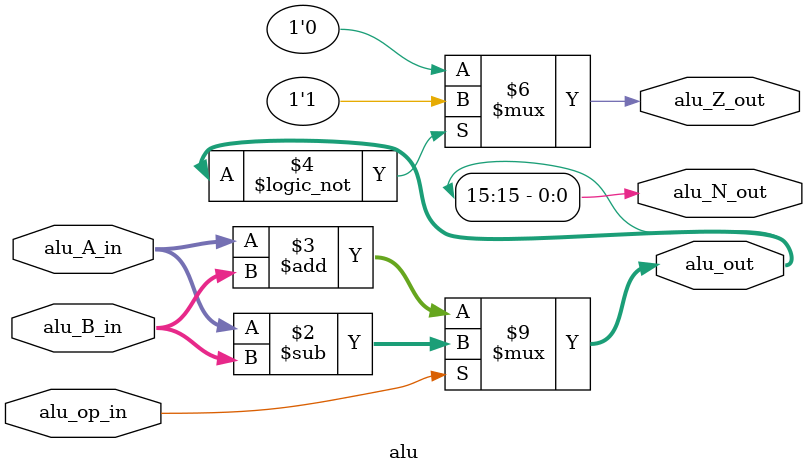
<source format=sv>
module alu#(
        parameter DATA_WIDTH = 16
    )
    (
        input logic [DATA_WIDTH - 1:0] alu_A_in, alu_B_in,
        input logic  alu_op_in,
        output logic [DATA_WIDTH - 1:0] alu_out,
        output logic alu_Z_out, alu_N_out
    );

    localparam _add = 1'b0, _sub = 1'b1;

    always_comb
    begin
        if(alu_op_in)
            alu_out = alu_A_in - alu_B_in;
        else
            alu_out = alu_A_in + alu_B_in;
        
        if(alu_out=={DATA_WIDTH{1'b0}})
            alu_Z_out <= 1'b1;
        else
            alu_Z_out <= 1'b0;

        alu_N_out <= alu_out[DATA_WIDTH - 1];
    end
endmodule 
</source>
